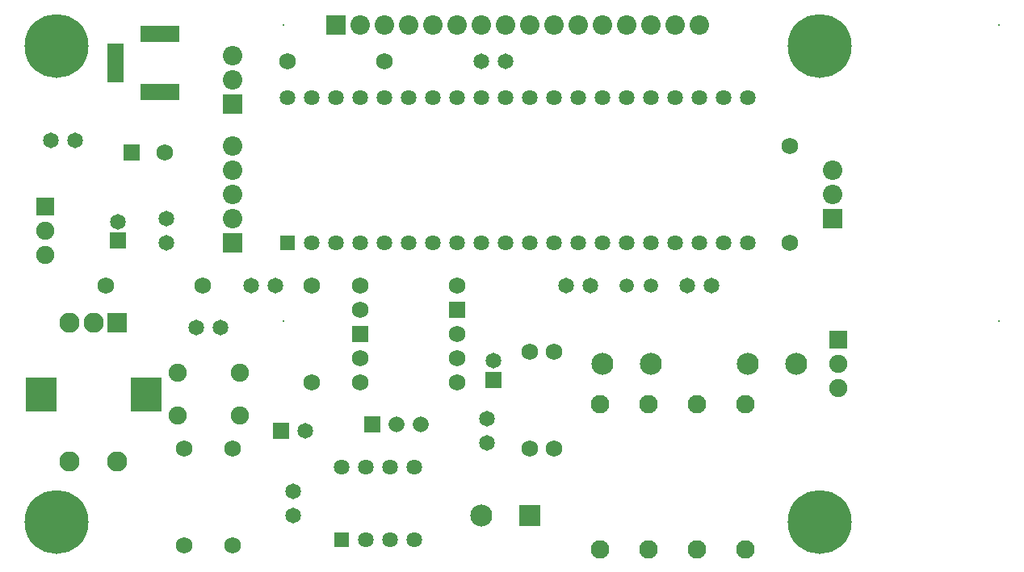
<source format=gts>
G04*
G04 #@! TF.GenerationSoftware,Altium Limited,Altium Designer,20.1.8 (145)*
G04*
G04 Layer_Color=8388736*
%FSLAX25Y25*%
%MOIN*%
G70*
G04*
G04 #@! TF.SameCoordinates,DC33A1B7-073B-4291-B7B0-CC2688F11226*
G04*
G04*
G04 #@! TF.FilePolarity,Negative*
G04*
G01*
G75*
%ADD17R,0.07473X0.07473*%
%ADD18C,0.07473*%
%ADD19R,0.12611X0.14422*%
%ADD20C,0.08280*%
%ADD21R,0.08280X0.08280*%
%ADD22C,0.06430*%
%ADD23R,0.06430X0.06430*%
%ADD24C,0.08044*%
%ADD25R,0.08044X0.08044*%
%ADD26C,0.00800*%
%ADD27C,0.06824*%
%ADD28C,0.06509*%
%ADD29R,0.08044X0.08044*%
%ADD30C,0.05918*%
%ADD31C,0.07690*%
%ADD32C,0.09068*%
%ADD33R,0.09068X0.09068*%
%ADD34R,0.06509X0.06509*%
%ADD35R,0.06902X0.06902*%
%ADD36C,0.06902*%
%ADD37R,0.06548X0.06548*%
%ADD38C,0.06548*%
%ADD39R,0.06509X0.06509*%
%ADD40C,0.07493*%
%ADD41R,0.16351X0.06706*%
%ADD42R,0.06706X0.16351*%
%ADD43C,0.26391*%
D17*
X342500Y95000D02*
D03*
X15000Y150000D02*
D03*
D18*
X342500Y85000D02*
D03*
Y75000D02*
D03*
X15000Y140000D02*
D03*
Y130000D02*
D03*
D19*
X13347Y72500D02*
D03*
X56653D02*
D03*
D20*
X44842Y44941D02*
D03*
X25157D02*
D03*
Y102028D02*
D03*
X35000D02*
D03*
D21*
X44842D02*
D03*
D22*
X115000Y195000D02*
D03*
X125000D02*
D03*
X135000D02*
D03*
X145000D02*
D03*
X155000D02*
D03*
X165000D02*
D03*
X175000D02*
D03*
X185000D02*
D03*
X195000D02*
D03*
X205000D02*
D03*
X215000D02*
D03*
X225000D02*
D03*
X235000D02*
D03*
X245000D02*
D03*
X255000D02*
D03*
X265000D02*
D03*
X275000D02*
D03*
X285000D02*
D03*
X295000D02*
D03*
X305000D02*
D03*
Y135000D02*
D03*
X295000D02*
D03*
X285000D02*
D03*
X275000D02*
D03*
X265000D02*
D03*
X255000D02*
D03*
X245000D02*
D03*
X235000D02*
D03*
X225000D02*
D03*
X215000D02*
D03*
X205000D02*
D03*
X195000D02*
D03*
X185000D02*
D03*
X175000D02*
D03*
X165000D02*
D03*
X155000D02*
D03*
X145000D02*
D03*
X135000D02*
D03*
X125000D02*
D03*
X147500Y12500D02*
D03*
X157500D02*
D03*
X167500D02*
D03*
X137500Y42500D02*
D03*
X147500D02*
D03*
X157500D02*
D03*
X167500D02*
D03*
D23*
X115000Y135000D02*
D03*
X137500Y12500D02*
D03*
D24*
X155000Y225000D02*
D03*
X195000D02*
D03*
X235000D02*
D03*
X275000D02*
D03*
X145000D02*
D03*
X175000D02*
D03*
X165000D02*
D03*
X215000D02*
D03*
X205000D02*
D03*
X245000D02*
D03*
X225000D02*
D03*
X265000D02*
D03*
X255000D02*
D03*
X185000D02*
D03*
X285000D02*
D03*
X340000Y165000D02*
D03*
Y155000D02*
D03*
X92500Y175000D02*
D03*
Y165000D02*
D03*
Y155000D02*
D03*
Y145000D02*
D03*
Y212500D02*
D03*
Y202500D02*
D03*
D25*
X135000Y225000D02*
D03*
D26*
X113347D02*
D03*
Y102953D02*
D03*
X408622Y225000D02*
D03*
Y102953D02*
D03*
D27*
X155000Y210000D02*
D03*
X115000D02*
D03*
X322500Y175000D02*
D03*
Y135000D02*
D03*
X215000Y90000D02*
D03*
Y50000D02*
D03*
X225000Y90000D02*
D03*
Y50000D02*
D03*
X185000Y77500D02*
D03*
X145000D02*
D03*
X185000Y87500D02*
D03*
X145000D02*
D03*
Y117500D02*
D03*
X185000D02*
D03*
X92500Y50000D02*
D03*
Y10000D02*
D03*
X72500D02*
D03*
Y50000D02*
D03*
X125000Y117500D02*
D03*
Y77500D02*
D03*
X40000Y117500D02*
D03*
X80000D02*
D03*
D28*
X195000Y210000D02*
D03*
X205000D02*
D03*
X290000Y117500D02*
D03*
X280000D02*
D03*
X230000D02*
D03*
X240000D02*
D03*
X197500Y52500D02*
D03*
Y62500D02*
D03*
X200000Y86437D02*
D03*
X117500Y22500D02*
D03*
Y32500D02*
D03*
X122500Y57500D02*
D03*
X77500Y100000D02*
D03*
X87500D02*
D03*
X110000Y117500D02*
D03*
X100000D02*
D03*
X65000Y135000D02*
D03*
Y145000D02*
D03*
X45000Y143937D02*
D03*
X27500Y177500D02*
D03*
X17500D02*
D03*
D29*
X340000Y145000D02*
D03*
X92500Y135000D02*
D03*
Y192500D02*
D03*
D30*
X255000Y117500D02*
D03*
X265000D02*
D03*
D31*
X304055Y8592D02*
D03*
Y68592D02*
D03*
X284055Y8592D02*
D03*
Y68592D02*
D03*
X264055Y8592D02*
D03*
Y68592D02*
D03*
X244055Y8592D02*
D03*
Y68592D02*
D03*
D32*
X245000Y85000D02*
D03*
X265000D02*
D03*
X305000D02*
D03*
X325000D02*
D03*
X195000Y22500D02*
D03*
D33*
X215000D02*
D03*
D34*
X200000Y78563D02*
D03*
X45000Y136063D02*
D03*
D35*
X145000Y97500D02*
D03*
X185000Y107500D02*
D03*
X50610Y172500D02*
D03*
D36*
X185000Y97500D02*
D03*
X145000Y107500D02*
D03*
X64390Y172500D02*
D03*
D37*
X150000Y60000D02*
D03*
D38*
X160000D02*
D03*
X170000D02*
D03*
D39*
X112500Y57500D02*
D03*
D40*
X95295Y63642D02*
D03*
X69705D02*
D03*
Y81358D02*
D03*
X95295D02*
D03*
D41*
X62500Y197500D02*
D03*
Y221319D02*
D03*
D42*
X43996Y209311D02*
D03*
D43*
X334646Y19685D02*
D03*
Y216535D02*
D03*
X19685D02*
D03*
Y19685D02*
D03*
M02*

</source>
